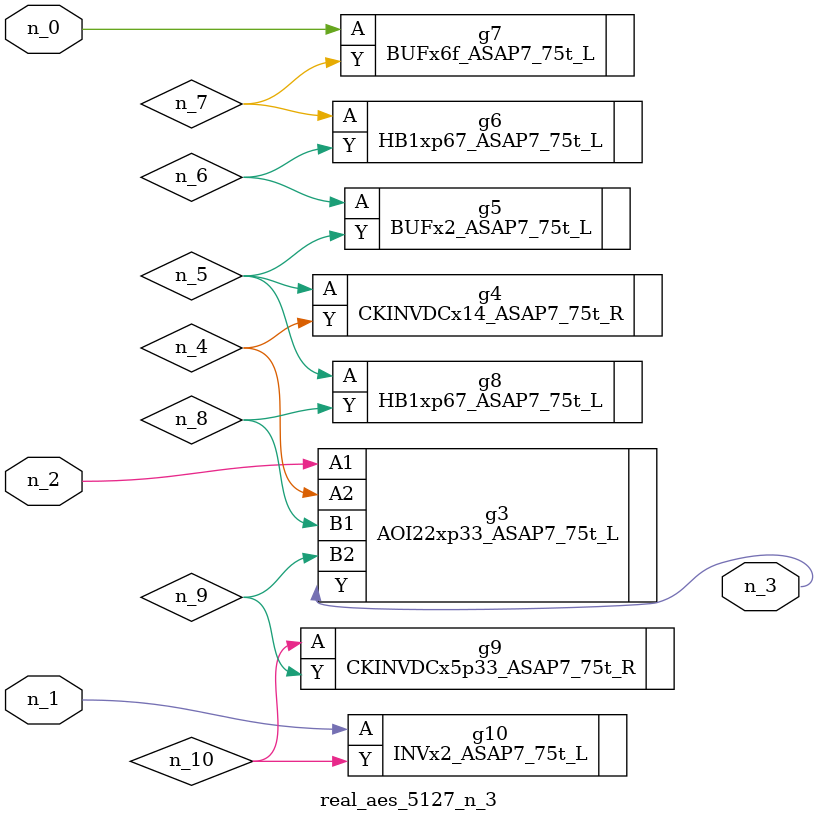
<source format=v>
module real_aes_5127_n_3 (n_0, n_2, n_1, n_3);
input n_0;
input n_2;
input n_1;
output n_3;
wire n_4;
wire n_5;
wire n_7;
wire n_8;
wire n_9;
wire n_6;
wire n_10;
BUFx6f_ASAP7_75t_L g7 ( .A(n_0), .Y(n_7) );
INVx2_ASAP7_75t_L g10 ( .A(n_1), .Y(n_10) );
AOI22xp33_ASAP7_75t_L g3 ( .A1(n_2), .A2(n_4), .B1(n_8), .B2(n_9), .Y(n_3) );
CKINVDCx14_ASAP7_75t_R g4 ( .A(n_5), .Y(n_4) );
HB1xp67_ASAP7_75t_L g8 ( .A(n_5), .Y(n_8) );
BUFx2_ASAP7_75t_L g5 ( .A(n_6), .Y(n_5) );
HB1xp67_ASAP7_75t_L g6 ( .A(n_7), .Y(n_6) );
CKINVDCx5p33_ASAP7_75t_R g9 ( .A(n_10), .Y(n_9) );
endmodule
</source>
